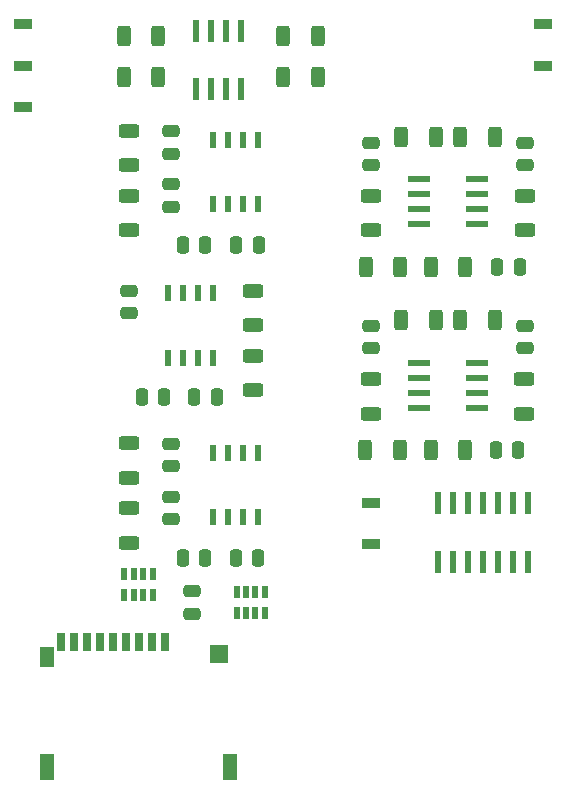
<source format=gtp>
G04 #@! TF.GenerationSoftware,KiCad,Pcbnew,8.0.6*
G04 #@! TF.CreationDate,2025-02-26T16:40:18-08:00*
G04 #@! TF.ProjectId,Cymatics,43796d61-7469-4637-932e-6b696361645f,rev?*
G04 #@! TF.SameCoordinates,Original*
G04 #@! TF.FileFunction,Paste,Top*
G04 #@! TF.FilePolarity,Positive*
%FSLAX46Y46*%
G04 Gerber Fmt 4.6, Leading zero omitted, Abs format (unit mm)*
G04 Created by KiCad (PCBNEW 8.0.6) date 2025-02-26 16:40:18*
%MOMM*%
%LPD*%
G01*
G04 APERTURE LIST*
G04 Aperture macros list*
%AMRoundRect*
0 Rectangle with rounded corners*
0 $1 Rounding radius*
0 $2 $3 $4 $5 $6 $7 $8 $9 X,Y pos of 4 corners*
0 Add a 4 corners polygon primitive as box body*
4,1,4,$2,$3,$4,$5,$6,$7,$8,$9,$2,$3,0*
0 Add four circle primitives for the rounded corners*
1,1,$1+$1,$2,$3*
1,1,$1+$1,$4,$5*
1,1,$1+$1,$6,$7*
1,1,$1+$1,$8,$9*
0 Add four rect primitives between the rounded corners*
20,1,$1+$1,$2,$3,$4,$5,0*
20,1,$1+$1,$4,$5,$6,$7,0*
20,1,$1+$1,$6,$7,$8,$9,0*
20,1,$1+$1,$8,$9,$2,$3,0*%
G04 Aperture macros list end*
%ADD10RoundRect,0.250000X-0.625000X0.312500X-0.625000X-0.312500X0.625000X-0.312500X0.625000X0.312500X0*%
%ADD11RoundRect,0.250000X-0.475000X0.250000X-0.475000X-0.250000X0.475000X-0.250000X0.475000X0.250000X0*%
%ADD12RoundRect,0.250000X0.625000X-0.312500X0.625000X0.312500X-0.625000X0.312500X-0.625000X-0.312500X0*%
%ADD13RoundRect,0.250000X0.475000X-0.250000X0.475000X0.250000X-0.475000X0.250000X-0.475000X-0.250000X0*%
%ADD14RoundRect,0.250000X0.312500X0.625000X-0.312500X0.625000X-0.312500X-0.625000X0.312500X-0.625000X0*%
%ADD15R,0.533400X1.460500*%
%ADD16R,0.700000X1.600000*%
%ADD17R,1.200000X1.800000*%
%ADD18R,1.600000X1.500000*%
%ADD19R,1.200000X2.200000*%
%ADD20RoundRect,0.066250X-0.198750X0.418750X-0.198750X-0.418750X0.198750X-0.418750X0.198750X0.418750X0*%
%ADD21R,0.558800X1.981200*%
%ADD22RoundRect,0.250000X-0.250000X-0.475000X0.250000X-0.475000X0.250000X0.475000X-0.250000X0.475000X0*%
%ADD23R,1.600200X0.812800*%
%ADD24RoundRect,0.250000X-0.312500X-0.625000X0.312500X-0.625000X0.312500X0.625000X-0.312500X0.625000X0*%
%ADD25RoundRect,0.250000X0.250000X0.475000X-0.250000X0.475000X-0.250000X-0.475000X0.250000X-0.475000X0*%
%ADD26R,1.981200X0.558800*%
%ADD27RoundRect,0.066250X0.198750X-0.418750X0.198750X0.418750X-0.198750X0.418750X-0.198750X-0.418750X0*%
G04 APERTURE END LIST*
D10*
X120210000Y-78129125D03*
X120210000Y-81054125D03*
D11*
X115000000Y-103550000D03*
X115000000Y-105450000D03*
D12*
X143210000Y-73012500D03*
X143210000Y-70087500D03*
D13*
X113210000Y-66500000D03*
X113210000Y-64600000D03*
D14*
X132672500Y-76090000D03*
X129747500Y-76090000D03*
D15*
X120615000Y-65325850D03*
X119345000Y-65325850D03*
X118075000Y-65325850D03*
X116805000Y-65325850D03*
X116805000Y-70774150D03*
X118075000Y-70774150D03*
X119345000Y-70774150D03*
X120615000Y-70774150D03*
D16*
X112750000Y-107837500D03*
X111650000Y-107837500D03*
X110550000Y-107837500D03*
X109450000Y-107837500D03*
X108350000Y-107837500D03*
X107250000Y-107837500D03*
X106150000Y-107837500D03*
X105050000Y-107837500D03*
X103950000Y-107837500D03*
D17*
X102750000Y-109137500D03*
D18*
X117350000Y-108887500D03*
D19*
X102750000Y-118437500D03*
X118250000Y-118437500D03*
D14*
X138172500Y-91630000D03*
X135247500Y-91630000D03*
D13*
X130210000Y-83000000D03*
X130210000Y-81100000D03*
X113210000Y-92962500D03*
X113210000Y-91062500D03*
D20*
X121200000Y-103625000D03*
X120400000Y-103625000D03*
X119600000Y-103625000D03*
X118800000Y-103625000D03*
X118800000Y-105375000D03*
X119600000Y-105375000D03*
X120400000Y-105375000D03*
X121200000Y-105375000D03*
D12*
X130210000Y-88512500D03*
X130210000Y-85587500D03*
D11*
X113210000Y-95562500D03*
X113210000Y-97462500D03*
D21*
X119210000Y-56086200D03*
X117940000Y-56086200D03*
X116670000Y-56086200D03*
X115400000Y-56086200D03*
X115400000Y-61013800D03*
X116670000Y-61013800D03*
X117940000Y-61013800D03*
X119210000Y-61013800D03*
D22*
X114260000Y-100774150D03*
X116160000Y-100774150D03*
D23*
X144710000Y-59050000D03*
D12*
X130210000Y-73012500D03*
X130210000Y-70087500D03*
D10*
X109710000Y-96550000D03*
X109710000Y-99475000D03*
D22*
X114260000Y-74274150D03*
X116160000Y-74274150D03*
D10*
X120210000Y-83629125D03*
X120210000Y-86554125D03*
D22*
X115210000Y-87091625D03*
X117110000Y-87091625D03*
D14*
X132635000Y-91630000D03*
X129710000Y-91630000D03*
D15*
X120615000Y-91825850D03*
X119345000Y-91825850D03*
X118075000Y-91825850D03*
X116805000Y-91825850D03*
X116805000Y-97274150D03*
X118075000Y-97274150D03*
X119345000Y-97274150D03*
X120615000Y-97274150D03*
D23*
X100710000Y-62550000D03*
X100710000Y-59050000D03*
D24*
X132747500Y-65090000D03*
X135672500Y-65090000D03*
D11*
X113210000Y-69100000D03*
X113210000Y-71000000D03*
D24*
X109247500Y-60050000D03*
X112172500Y-60050000D03*
D23*
X144710000Y-55550000D03*
D25*
X142754894Y-76084150D03*
X140854894Y-76084150D03*
D22*
X118710000Y-100774150D03*
X120610000Y-100774150D03*
D15*
X116796625Y-78325850D03*
X115526625Y-78325850D03*
X114256625Y-78325850D03*
X112986625Y-78325850D03*
X112986625Y-83774150D03*
X114256625Y-83774150D03*
X115526625Y-83774150D03*
X116796625Y-83774150D03*
D13*
X130210000Y-67500000D03*
X130210000Y-65600000D03*
X109710000Y-80041625D03*
X109710000Y-78141625D03*
D14*
X140672500Y-65090000D03*
X137747500Y-65090000D03*
X140672500Y-80630000D03*
X137747500Y-80630000D03*
D10*
X109710000Y-70087500D03*
X109710000Y-73012500D03*
D22*
X118760000Y-74274150D03*
X120660000Y-74274150D03*
X110760000Y-87091625D03*
X112660000Y-87091625D03*
D23*
X130210000Y-96050000D03*
D26*
X139136300Y-88035000D03*
X139136300Y-86765000D03*
X139136300Y-85495000D03*
X139136300Y-84225000D03*
X134208700Y-84225000D03*
X134208700Y-85495000D03*
X134208700Y-86765000D03*
X134208700Y-88035000D03*
D27*
X109300000Y-103875000D03*
X110100000Y-103875000D03*
X110900000Y-103875000D03*
X111700000Y-103875000D03*
X111700000Y-102125000D03*
X110900000Y-102125000D03*
X110100000Y-102125000D03*
X109300000Y-102125000D03*
D14*
X125672500Y-56550000D03*
X122747500Y-56550000D03*
D21*
X143480000Y-96122400D03*
X142210000Y-96122400D03*
X140940000Y-96122400D03*
X139670000Y-96122400D03*
X138400000Y-96122400D03*
X137130000Y-96122400D03*
X135860000Y-96122400D03*
X135860000Y-101050000D03*
X137130000Y-101050000D03*
X138400000Y-101050000D03*
X139670000Y-101050000D03*
X140940000Y-101050000D03*
X142210000Y-101050000D03*
X143480000Y-101050000D03*
D24*
X132747500Y-80630000D03*
X135672500Y-80630000D03*
D14*
X112172500Y-56550000D03*
X109247500Y-56550000D03*
D11*
X143210000Y-81100000D03*
X143210000Y-83000000D03*
D13*
X143210000Y-67500000D03*
X143210000Y-65600000D03*
D10*
X109710000Y-91050000D03*
X109710000Y-93975000D03*
X109710000Y-64587500D03*
X109710000Y-67512500D03*
D12*
X143172500Y-88512500D03*
X143172500Y-85587500D03*
D14*
X125672500Y-60050000D03*
X122747500Y-60050000D03*
X138172500Y-76130000D03*
X135247500Y-76130000D03*
D23*
X100710000Y-55550000D03*
X130210000Y-99550000D03*
D26*
X139173800Y-72495000D03*
X139173800Y-71225000D03*
X139173800Y-69955000D03*
X139173800Y-68685000D03*
X134246200Y-68685000D03*
X134246200Y-69955000D03*
X134246200Y-71225000D03*
X134246200Y-72495000D03*
D25*
X142622500Y-91630000D03*
X140722500Y-91630000D03*
M02*

</source>
